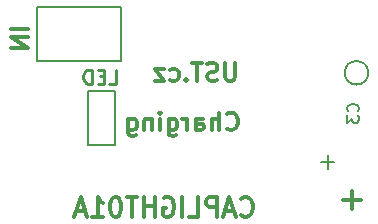
<source format=gbr>
G04 #@! TF.FileFunction,Legend,Bot*
%FSLAX46Y46*%
G04 Gerber Fmt 4.6, Leading zero omitted, Abs format (unit mm)*
G04 Created by KiCad (PCBNEW 4.1.0-alpha+201607051515+6967~46~ubuntu16.04.1-product) date Wed Jul  6 09:46:09 2016*
%MOMM*%
%LPD*%
G01*
G04 APERTURE LIST*
%ADD10C,0.100000*%
%ADD11C,0.300000*%
%ADD12C,0.250000*%
%ADD13C,0.200000*%
%ADD14C,0.150000*%
G04 APERTURE END LIST*
D10*
D11*
X158007428Y-113478571D02*
X158007428Y-114692857D01*
X157936000Y-114835714D01*
X157864571Y-114907142D01*
X157721714Y-114978571D01*
X157436000Y-114978571D01*
X157293142Y-114907142D01*
X157221714Y-114835714D01*
X157150285Y-114692857D01*
X157150285Y-113478571D01*
X156507428Y-114907142D02*
X156293142Y-114978571D01*
X155936000Y-114978571D01*
X155793142Y-114907142D01*
X155721714Y-114835714D01*
X155650285Y-114692857D01*
X155650285Y-114550000D01*
X155721714Y-114407142D01*
X155793142Y-114335714D01*
X155936000Y-114264285D01*
X156221714Y-114192857D01*
X156364571Y-114121428D01*
X156436000Y-114050000D01*
X156507428Y-113907142D01*
X156507428Y-113764285D01*
X156436000Y-113621428D01*
X156364571Y-113550000D01*
X156221714Y-113478571D01*
X155864571Y-113478571D01*
X155650285Y-113550000D01*
X155221714Y-113478571D02*
X154364571Y-113478571D01*
X154793142Y-114978571D02*
X154793142Y-113478571D01*
X153864571Y-114835714D02*
X153793142Y-114907142D01*
X153864571Y-114978571D01*
X153936000Y-114907142D01*
X153864571Y-114835714D01*
X153864571Y-114978571D01*
X152507428Y-114907142D02*
X152650285Y-114978571D01*
X152936000Y-114978571D01*
X153078857Y-114907142D01*
X153150285Y-114835714D01*
X153221714Y-114692857D01*
X153221714Y-114264285D01*
X153150285Y-114121428D01*
X153078857Y-114050000D01*
X152936000Y-113978571D01*
X152650285Y-113978571D01*
X152507428Y-114050000D01*
X152007428Y-113978571D02*
X151221714Y-113978571D01*
X152007428Y-114978571D01*
X151221714Y-114978571D01*
X140505571Y-110593285D02*
X139005571Y-110593285D01*
X140505571Y-111307571D02*
X139005571Y-111307571D01*
X140505571Y-112164714D01*
X139005571Y-112164714D01*
X157293000Y-119026714D02*
X157364428Y-119098142D01*
X157578714Y-119169571D01*
X157721571Y-119169571D01*
X157935857Y-119098142D01*
X158078714Y-118955285D01*
X158150142Y-118812428D01*
X158221571Y-118526714D01*
X158221571Y-118312428D01*
X158150142Y-118026714D01*
X158078714Y-117883857D01*
X157935857Y-117741000D01*
X157721571Y-117669571D01*
X157578714Y-117669571D01*
X157364428Y-117741000D01*
X157293000Y-117812428D01*
X156650142Y-119169571D02*
X156650142Y-117669571D01*
X156007285Y-119169571D02*
X156007285Y-118383857D01*
X156078714Y-118241000D01*
X156221571Y-118169571D01*
X156435857Y-118169571D01*
X156578714Y-118241000D01*
X156650142Y-118312428D01*
X154650142Y-119169571D02*
X154650142Y-118383857D01*
X154721571Y-118241000D01*
X154864428Y-118169571D01*
X155150142Y-118169571D01*
X155293000Y-118241000D01*
X154650142Y-119098142D02*
X154793000Y-119169571D01*
X155150142Y-119169571D01*
X155293000Y-119098142D01*
X155364428Y-118955285D01*
X155364428Y-118812428D01*
X155293000Y-118669571D01*
X155150142Y-118598142D01*
X154793000Y-118598142D01*
X154650142Y-118526714D01*
X153935857Y-119169571D02*
X153935857Y-118169571D01*
X153935857Y-118455285D02*
X153864428Y-118312428D01*
X153793000Y-118241000D01*
X153650142Y-118169571D01*
X153507285Y-118169571D01*
X152364428Y-118169571D02*
X152364428Y-119383857D01*
X152435857Y-119526714D01*
X152507285Y-119598142D01*
X152650142Y-119669571D01*
X152864428Y-119669571D01*
X153007285Y-119598142D01*
X152364428Y-119098142D02*
X152507285Y-119169571D01*
X152793000Y-119169571D01*
X152935857Y-119098142D01*
X153007285Y-119026714D01*
X153078714Y-118883857D01*
X153078714Y-118455285D01*
X153007285Y-118312428D01*
X152935857Y-118241000D01*
X152793000Y-118169571D01*
X152507285Y-118169571D01*
X152364428Y-118241000D01*
X151650142Y-119169571D02*
X151650142Y-118169571D01*
X151650142Y-117669571D02*
X151721571Y-117741000D01*
X151650142Y-117812428D01*
X151578714Y-117741000D01*
X151650142Y-117669571D01*
X151650142Y-117812428D01*
X150935857Y-118169571D02*
X150935857Y-119169571D01*
X150935857Y-118312428D02*
X150864428Y-118241000D01*
X150721571Y-118169571D01*
X150507285Y-118169571D01*
X150364428Y-118241000D01*
X150293000Y-118383857D01*
X150293000Y-119169571D01*
X148935857Y-118169571D02*
X148935857Y-119383857D01*
X149007285Y-119526714D01*
X149078714Y-119598142D01*
X149221571Y-119669571D01*
X149435857Y-119669571D01*
X149578714Y-119598142D01*
X148935857Y-119098142D02*
X149078714Y-119169571D01*
X149364428Y-119169571D01*
X149507285Y-119098142D01*
X149578714Y-119026714D01*
X149650142Y-118883857D01*
X149650142Y-118455285D01*
X149578714Y-118312428D01*
X149507285Y-118241000D01*
X149364428Y-118169571D01*
X149078714Y-118169571D01*
X148935857Y-118241000D01*
X158495190Y-126337142D02*
X158571380Y-126418095D01*
X158799952Y-126499047D01*
X158952333Y-126499047D01*
X159180904Y-126418095D01*
X159333285Y-126256190D01*
X159409476Y-126094285D01*
X159485666Y-125770476D01*
X159485666Y-125527619D01*
X159409476Y-125203809D01*
X159333285Y-125041904D01*
X159180904Y-124880000D01*
X158952333Y-124799047D01*
X158799952Y-124799047D01*
X158571380Y-124880000D01*
X158495190Y-124960952D01*
X157885666Y-126013333D02*
X157123761Y-126013333D01*
X158038047Y-126499047D02*
X157504714Y-124799047D01*
X156971380Y-126499047D01*
X156438047Y-126499047D02*
X156438047Y-124799047D01*
X155828523Y-124799047D01*
X155676142Y-124880000D01*
X155599952Y-124960952D01*
X155523761Y-125122857D01*
X155523761Y-125365714D01*
X155599952Y-125527619D01*
X155676142Y-125608571D01*
X155828523Y-125689523D01*
X156438047Y-125689523D01*
X154076142Y-126499047D02*
X154838047Y-126499047D01*
X154838047Y-124799047D01*
X153542809Y-126499047D02*
X153542809Y-124799047D01*
X151942809Y-124880000D02*
X152095190Y-124799047D01*
X152323761Y-124799047D01*
X152552333Y-124880000D01*
X152704714Y-125041904D01*
X152780904Y-125203809D01*
X152857095Y-125527619D01*
X152857095Y-125770476D01*
X152780904Y-126094285D01*
X152704714Y-126256190D01*
X152552333Y-126418095D01*
X152323761Y-126499047D01*
X152171380Y-126499047D01*
X151942809Y-126418095D01*
X151866619Y-126337142D01*
X151866619Y-125770476D01*
X152171380Y-125770476D01*
X151180904Y-126499047D02*
X151180904Y-124799047D01*
X151180904Y-125608571D02*
X150266619Y-125608571D01*
X150266619Y-126499047D02*
X150266619Y-124799047D01*
X149733285Y-124799047D02*
X148819000Y-124799047D01*
X149276142Y-126499047D02*
X149276142Y-124799047D01*
X147980904Y-124799047D02*
X147828523Y-124799047D01*
X147676142Y-124880000D01*
X147599952Y-124960952D01*
X147523761Y-125122857D01*
X147447571Y-125446666D01*
X147447571Y-125851428D01*
X147523761Y-126175238D01*
X147599952Y-126337142D01*
X147676142Y-126418095D01*
X147828523Y-126499047D01*
X147980904Y-126499047D01*
X148133285Y-126418095D01*
X148209476Y-126337142D01*
X148285666Y-126175238D01*
X148361857Y-125851428D01*
X148361857Y-125446666D01*
X148285666Y-125122857D01*
X148209476Y-124960952D01*
X148133285Y-124880000D01*
X147980904Y-124799047D01*
X145923761Y-126499047D02*
X146838047Y-126499047D01*
X146380904Y-126499047D02*
X146380904Y-124799047D01*
X146533285Y-125041904D01*
X146685666Y-125203809D01*
X146838047Y-125284761D01*
X145314238Y-126013333D02*
X144552333Y-126013333D01*
X145466619Y-126499047D02*
X144933285Y-124799047D01*
X144399952Y-126499047D01*
D12*
X147329428Y-115223857D02*
X147900857Y-115223857D01*
X147900857Y-114023857D01*
X146929428Y-114595285D02*
X146529428Y-114595285D01*
X146358000Y-115223857D02*
X146929428Y-115223857D01*
X146929428Y-114023857D01*
X146358000Y-114023857D01*
X145843714Y-115223857D02*
X145843714Y-114023857D01*
X145558000Y-114023857D01*
X145386571Y-114081000D01*
X145272285Y-114195285D01*
X145215142Y-114309571D01*
X145158000Y-114538142D01*
X145158000Y-114709571D01*
X145215142Y-114938142D01*
X145272285Y-115052428D01*
X145386571Y-115166714D01*
X145558000Y-115223857D01*
X145843714Y-115223857D01*
D13*
X147828000Y-115824000D02*
X145542000Y-115824000D01*
X147828000Y-120396000D02*
X147828000Y-115824000D01*
X145542000Y-120396000D02*
X147828000Y-120396000D01*
X145542000Y-115824000D02*
X145542000Y-120396000D01*
X141224000Y-113284000D02*
X141224000Y-108712000D01*
X148336000Y-113284000D02*
X141224000Y-113284000D01*
X148336000Y-108712000D02*
X148336000Y-113284000D01*
X141224000Y-108712000D02*
X148336000Y-108712000D01*
D11*
X168681304Y-125034657D02*
X167157495Y-125034657D01*
X167919400Y-125796561D02*
X167919400Y-124272752D01*
D14*
X169275000Y-114300000D02*
G75*
G03X169275000Y-114300000I-1000000J0D01*
G01*
X168378142Y-117562333D02*
X168425761Y-117514714D01*
X168473380Y-117371857D01*
X168473380Y-117276619D01*
X168425761Y-117133761D01*
X168330523Y-117038523D01*
X168235285Y-116990904D01*
X168044809Y-116943285D01*
X167901952Y-116943285D01*
X167711476Y-116990904D01*
X167616238Y-117038523D01*
X167521000Y-117133761D01*
X167473380Y-117276619D01*
X167473380Y-117371857D01*
X167521000Y-117514714D01*
X167568619Y-117562333D01*
X167473380Y-117895666D02*
X167473380Y-118514714D01*
X167854333Y-118181380D01*
X167854333Y-118324238D01*
X167901952Y-118419476D01*
X167949571Y-118467095D01*
X168044809Y-118514714D01*
X168282904Y-118514714D01*
X168378142Y-118467095D01*
X168425761Y-118419476D01*
X168473380Y-118324238D01*
X168473380Y-118038523D01*
X168425761Y-117943285D01*
X168378142Y-117895666D01*
X165842142Y-121266671D02*
X165842142Y-122409528D01*
X166413571Y-121838100D02*
X165270714Y-121838100D01*
M02*

</source>
